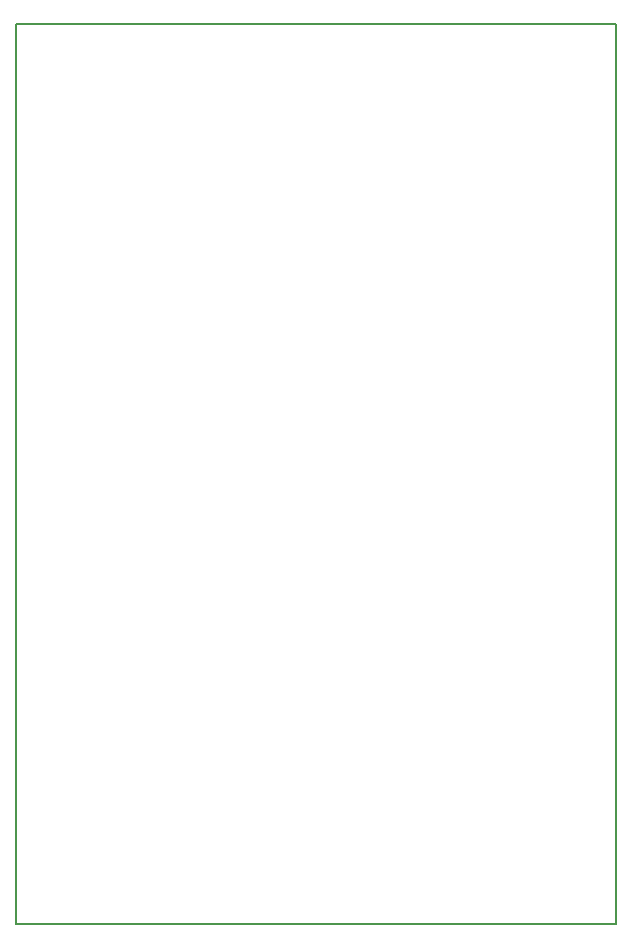
<source format=gbr>
G04 #@! TF.FileFunction,Profile,NP*
%FSLAX46Y46*%
G04 Gerber Fmt 4.6, Leading zero omitted, Abs format (unit mm)*
G04 Created by KiCad (PCBNEW 4.0.6) date Thursday, August 03, 2017 'PMt' 09:26:43 PM*
%MOMM*%
%LPD*%
G01*
G04 APERTURE LIST*
%ADD10C,0.100000*%
%ADD11C,0.150000*%
G04 APERTURE END LIST*
D10*
D11*
X98298000Y-34290000D02*
X98298000Y-110490000D01*
X149098000Y-34290000D02*
X98298000Y-34290000D01*
X149098000Y-34544000D02*
X149098000Y-34290000D01*
X149098000Y-110490000D02*
X149098000Y-34544000D01*
X98298000Y-110490000D02*
X149098000Y-110490000D01*
M02*

</source>
